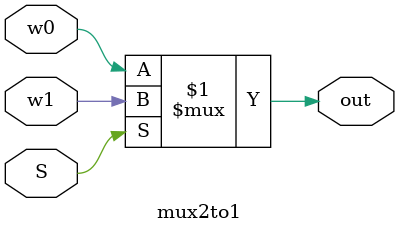
<source format=sv>
module BCDcounter(input En, clk, clear, output [7:0] Q);
    wire load0, load1;
    wire and0, and1;
    wire Z0, Z1;

    and(and0, Q[0], Q[2]);
    or(load0, clear, and0);

    countParalelCharge c0 (En, load0, clk, 3'b000, Q[3:0], Z0);

    and(and1, Q[4], Q[7]);
    or(load1, clear, and1);
    countParalelCharge c1 (and0, load1, clk, 3'b000, Q[7:4], Z1);
endmodule





module countParalelCharge(En, load, clk, C, Q, Z);
	parameter N = 4;
	input En, load, clk;
	input [N-1:0] C;
	output [N-1:0] Q;
	output Z;

	wire [N-1:0] xr;
	wire [N-1:0] mx;
	wire [N-1:1] ad;

	xor(xr[0], En, Q[0]);
	mux2to1 m0 (xr[0], C[0], load, mx[0]);
	ffd f (mx[0], clk, Q[0]);
	
	and(ad[1], Q[0], En);
	xor(xr[1], ad[1], Q[1]);
	mux2to1 m (xr[1], C[1], load, mx[1]);
	ffd f1 (mx[1], clk, Q[1]);

	genvar i;
	generate
		for (i = 2; i < N; i = i + 1) begin
			and(ad[i], Q[i-1], ad[i-1]);  
			xor(xr[i], ad[i], Q[i]);
			mux2to1 m (xr[i], C[i], load, mx[i]);
			ffd f (mx[i], clk, Q[i]);
		end
	endgenerate

	assign Z = ad[N-1];

endmodule

module ffd (input D, clk, output reg Q);
	always @(posedge clk) begin
		Q = D;
	end
endmodule

module mux2to1 (input w0, w1, S, output out);
	assign out = S ? w1 : w0;
endmodule

</source>
